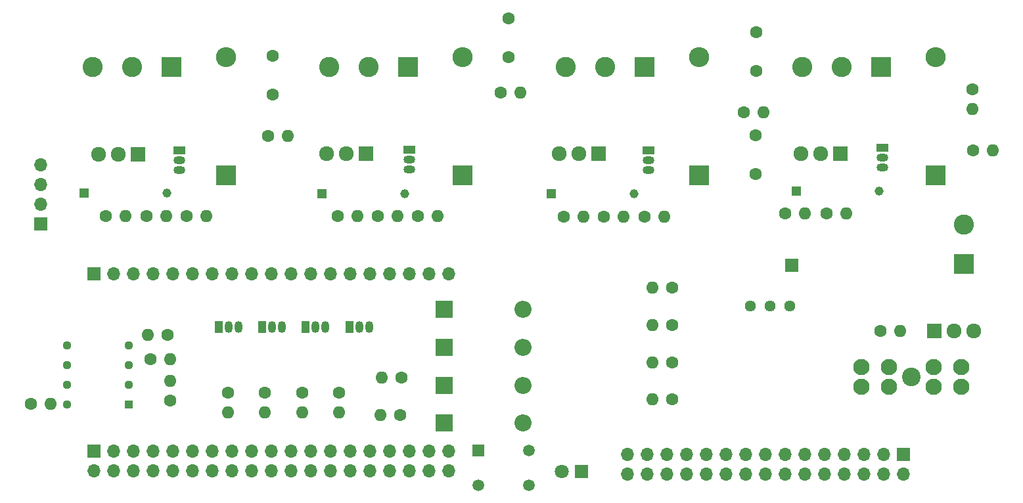
<source format=gbr>
%TF.GenerationSoftware,KiCad,Pcbnew,(6.0.0)*%
%TF.CreationDate,2022-07-11T07:12:13-07:00*%
%TF.ProjectId,MakeItRain,4d616b65-4974-4526-9169-6e2e6b696361,rev?*%
%TF.SameCoordinates,Original*%
%TF.FileFunction,Soldermask,Bot*%
%TF.FilePolarity,Negative*%
%FSLAX46Y46*%
G04 Gerber Fmt 4.6, Leading zero omitted, Abs format (unit mm)*
G04 Created by KiCad (PCBNEW (6.0.0)) date 2022-07-11 07:12:13*
%MOMM*%
%LPD*%
G01*
G04 APERTURE LIST*
%ADD10C,1.600000*%
%ADD11R,2.600000X2.600000*%
%ADD12O,2.600000X2.600000*%
%ADD13R,1.800000X1.800000*%
%ADD14C,1.800000*%
%ADD15R,1.700000X1.700000*%
%ADD16O,1.700000X1.700000*%
%ADD17C,2.600000*%
%ADD18R,1.920000X1.920000*%
%ADD19C,1.920000*%
%ADD20R,1.050000X1.500000*%
%ADD21O,1.050000X1.500000*%
%ADD22R,1.150000X1.150000*%
%ADD23C,1.150000*%
%ADD24O,1.600000X1.600000*%
%ADD25R,1.500000X1.050000*%
%ADD26O,1.500000X1.050000*%
%ADD27C,1.440000*%
%ADD28R,2.200000X2.200000*%
%ADD29O,2.200000X2.200000*%
%ADD30R,1.500000X1.500000*%
%ADD31C,1.500000*%
%ADD32C,2.400000*%
%ADD33C,2.100000*%
%ADD34R,1.130000X1.130000*%
%ADD35C,1.130000*%
G04 APERTURE END LIST*
D10*
%TO.C,C2*%
X89109000Y-69659700D03*
X89109000Y-74659700D03*
%TD*%
%TO.C,C3*%
X119449600Y-64825000D03*
X119449600Y-69825000D03*
%TD*%
%TO.C,C4*%
X151357900Y-66638300D03*
X151357900Y-71638300D03*
%TD*%
D11*
%TO.C,D3*%
X83061000Y-85060000D03*
D12*
X83061000Y-69820000D03*
%TD*%
D11*
%TO.C,D5*%
X113541000Y-85060000D03*
D12*
X113541000Y-69820000D03*
%TD*%
D11*
%TO.C,D7*%
X174501000Y-85060000D03*
D12*
X174501000Y-69820000D03*
%TD*%
D11*
%TO.C,D9*%
X144021000Y-85060000D03*
D12*
X144021000Y-69820000D03*
%TD*%
D13*
%TO.C,D1*%
X128872900Y-123268200D03*
D14*
X126332900Y-123268200D03*
%TD*%
D15*
%TO.C,J2*%
X66040000Y-120650000D03*
D16*
X66040000Y-123190000D03*
X68580000Y-120650000D03*
X68580000Y-123190000D03*
X71120000Y-120650000D03*
X71120000Y-123190000D03*
X73660000Y-120650000D03*
X73660000Y-123190000D03*
X76200000Y-120650000D03*
X76200000Y-123190000D03*
X78740000Y-120650000D03*
X78740000Y-123190000D03*
X81280000Y-120650000D03*
X81280000Y-123190000D03*
X83820000Y-120650000D03*
X83820000Y-123190000D03*
X86360000Y-120650000D03*
X86360000Y-123190000D03*
X88900000Y-120650000D03*
X88900000Y-123190000D03*
X91440000Y-120650000D03*
X91440000Y-123190000D03*
X93980000Y-120650000D03*
X93980000Y-123190000D03*
X96520000Y-120650000D03*
X96520000Y-123190000D03*
X99060000Y-120650000D03*
X99060000Y-123190000D03*
X101600000Y-120650000D03*
X101600000Y-123190000D03*
X104140000Y-120650000D03*
X104140000Y-123190000D03*
X106680000Y-120650000D03*
X106680000Y-123190000D03*
X109220000Y-120650000D03*
X109220000Y-123190000D03*
X111760000Y-120650000D03*
X111760000Y-123190000D03*
%TD*%
D15*
%TO.C,J3*%
X66040000Y-97790000D03*
D16*
X68580000Y-97790000D03*
X71120000Y-97790000D03*
X73660000Y-97790000D03*
X76200000Y-97790000D03*
X78740000Y-97790000D03*
X81280000Y-97790000D03*
X83820000Y-97790000D03*
X86360000Y-97790000D03*
X88900000Y-97790000D03*
X91440000Y-97790000D03*
X93980000Y-97790000D03*
X96520000Y-97790000D03*
X99060000Y-97790000D03*
X101600000Y-97790000D03*
X104140000Y-97790000D03*
X106680000Y-97790000D03*
X109220000Y-97790000D03*
X111760000Y-97790000D03*
%TD*%
D11*
%TO.C,P1*%
X178125700Y-96457800D03*
D17*
X178125700Y-91377800D03*
%TD*%
D18*
%TO.C,Q3*%
X71689700Y-82379600D03*
D19*
X69149700Y-82379600D03*
X66609700Y-82379600D03*
%TD*%
D18*
%TO.C,Q6*%
X101108600Y-82267600D03*
D19*
X98568600Y-82267600D03*
X96028600Y-82267600D03*
%TD*%
D20*
%TO.C,Q7*%
X93346300Y-104626700D03*
D21*
X94616300Y-104626700D03*
X95886300Y-104626700D03*
%TD*%
D18*
%TO.C,Q9*%
X131085700Y-82267600D03*
D19*
X128545700Y-82267600D03*
X126005700Y-82267600D03*
%TD*%
D18*
%TO.C,Q12*%
X162229200Y-82267600D03*
D19*
X159689200Y-82267600D03*
X157149200Y-82267600D03*
%TD*%
D18*
%TO.C,Q13*%
X174341600Y-105164100D03*
D19*
X176881600Y-105164100D03*
X179421600Y-105164100D03*
%TD*%
D11*
%TO.C,Z2*%
X106556000Y-71090000D03*
D17*
X101476000Y-71090000D03*
X96396000Y-71090000D03*
%TD*%
D11*
%TO.C,Z3*%
X137036000Y-71090000D03*
D17*
X131956000Y-71090000D03*
X126876000Y-71090000D03*
%TD*%
D11*
%TO.C,Z4*%
X167516000Y-71090000D03*
D17*
X162436000Y-71090000D03*
X157356000Y-71090000D03*
%TD*%
D11*
%TO.C,Z1*%
X76076000Y-71090000D03*
D17*
X70996000Y-71090000D03*
X65916000Y-71090000D03*
%TD*%
D15*
%TO.C,J1*%
X170349000Y-121042300D03*
D16*
X170349000Y-123582300D03*
X167809000Y-121042300D03*
X167809000Y-123582300D03*
X165269000Y-121042300D03*
X165269000Y-123582300D03*
X162729000Y-121042300D03*
X162729000Y-123582300D03*
X160189000Y-121042300D03*
X160189000Y-123582300D03*
X157649000Y-121042300D03*
X157649000Y-123582300D03*
X155109000Y-121042300D03*
X155109000Y-123582300D03*
X152569000Y-121042300D03*
X152569000Y-123582300D03*
X150029000Y-121042300D03*
X150029000Y-123582300D03*
X147489000Y-121042300D03*
X147489000Y-123582300D03*
X144949000Y-121042300D03*
X144949000Y-123582300D03*
X142409000Y-121042300D03*
X142409000Y-123582300D03*
X139869000Y-121042300D03*
X139869000Y-123582300D03*
X137329000Y-121042300D03*
X137329000Y-123582300D03*
X134789000Y-121042300D03*
X134789000Y-123582300D03*
%TD*%
D22*
%TO.C,Z5*%
X64792500Y-87395400D03*
D23*
X75492500Y-87395400D03*
%TD*%
D22*
%TO.C,Z6*%
X95418500Y-87436000D03*
D23*
X106118500Y-87436000D03*
%TD*%
D22*
%TO.C,Z8*%
X156564300Y-87104200D03*
D23*
X167264300Y-87104200D03*
%TD*%
D20*
%TO.C,Q4*%
X87748400Y-104639800D03*
D21*
X89018400Y-104639800D03*
X90288400Y-104639800D03*
%TD*%
D10*
%TO.C,R23*%
X75572300Y-105627200D03*
D24*
X73032300Y-105627200D03*
%TD*%
D10*
%TO.C,R31*%
X88097100Y-113124500D03*
D24*
X88097100Y-115664500D03*
%TD*%
D10*
%TO.C,R16*%
X131777400Y-90385900D03*
D24*
X134317400Y-90385900D03*
%TD*%
D25*
%TO.C,Q2*%
X77074800Y-81816600D03*
D26*
X77074800Y-83086600D03*
X77074800Y-84356600D03*
%TD*%
D10*
%TO.C,R24*%
X73376700Y-108765100D03*
D24*
X75916700Y-108765100D03*
%TD*%
D10*
%TO.C,R5*%
X88483500Y-79968900D03*
D24*
X91023500Y-79968900D03*
%TD*%
D27*
%TO.C,RV1*%
X150637800Y-101920600D03*
X153177800Y-101920600D03*
X155717800Y-101920600D03*
%TD*%
D15*
%TO.C,J4*%
X155955000Y-96632400D03*
%TD*%
D10*
%TO.C,R15*%
X126614500Y-90392400D03*
D24*
X129154500Y-90392400D03*
%TD*%
D10*
%TO.C,R17*%
X179213800Y-74015100D03*
D24*
X179213800Y-76555100D03*
%TD*%
D15*
%TO.C,J5*%
X59207667Y-91310174D03*
D16*
X59207667Y-88770174D03*
X59207667Y-86230174D03*
X59207667Y-83690174D03*
%TD*%
D10*
%TO.C,R4*%
X105516500Y-115956200D03*
D24*
X102976500Y-115956200D03*
%TD*%
D10*
%TO.C,R18*%
X179350700Y-81833100D03*
D24*
X181890700Y-81833100D03*
%TD*%
D10*
%TO.C,R29*%
X140604000Y-113952700D03*
D24*
X138064000Y-113952700D03*
%TD*%
D10*
%TO.C,R25*%
X75859900Y-114068500D03*
D24*
X75859900Y-111528500D03*
%TD*%
D10*
%TO.C,R33*%
X97677800Y-113124500D03*
D24*
X97677800Y-115664500D03*
%TD*%
D10*
%TO.C,R14*%
X136973400Y-90405200D03*
D24*
X139513400Y-90405200D03*
%TD*%
D25*
%TO.C,Q11*%
X167687500Y-81543000D03*
D26*
X167687500Y-82813000D03*
X167687500Y-84083000D03*
%TD*%
D10*
%TO.C,R27*%
X140604000Y-104374000D03*
D24*
X138064000Y-104374000D03*
%TD*%
D28*
%TO.C,D4*%
X111225100Y-112149400D03*
D29*
X121385100Y-112149400D03*
%TD*%
D28*
%TO.C,D2*%
X111172700Y-117020300D03*
D29*
X121332700Y-117020300D03*
%TD*%
D30*
%TO.C,S1*%
X115616200Y-120523800D03*
D31*
X122116200Y-120523800D03*
X115616200Y-125023800D03*
X122116200Y-125023800D03*
%TD*%
D10*
%TO.C,R9*%
X118458200Y-74373700D03*
D24*
X120998200Y-74373700D03*
%TD*%
D10*
%TO.C,R13*%
X149787000Y-76942800D03*
D24*
X152327000Y-76942800D03*
%TD*%
D10*
%TO.C,R6*%
X77976900Y-90313600D03*
D24*
X80516900Y-90313600D03*
%TD*%
D10*
%TO.C,R11*%
X97428100Y-90313600D03*
D24*
X99968100Y-90313600D03*
%TD*%
D10*
%TO.C,R7*%
X67592100Y-90313600D03*
D24*
X70132100Y-90313600D03*
%TD*%
D32*
%TO.C,U2*%
X171378400Y-111050500D03*
D33*
X164978400Y-112300500D03*
X168478400Y-112300500D03*
X174278400Y-112300500D03*
X177778400Y-112300500D03*
X177778400Y-109800500D03*
X174278400Y-109800500D03*
X168478400Y-109800500D03*
X164978400Y-109800500D03*
%TD*%
D20*
%TO.C,Q10*%
X98978100Y-104626700D03*
D21*
X100248100Y-104626700D03*
X101518100Y-104626700D03*
%TD*%
D28*
%TO.C,D8*%
X111225100Y-102330700D03*
D29*
X121385100Y-102330700D03*
%TD*%
D34*
%TO.C,IC3*%
X70520600Y-114579500D03*
D35*
X70520600Y-112039500D03*
X70520600Y-109499500D03*
X70520600Y-106959500D03*
X62580600Y-106959500D03*
X62580600Y-109499500D03*
X62580600Y-112039500D03*
X62580600Y-114579500D03*
%TD*%
D20*
%TO.C,Q1*%
X82152400Y-104644400D03*
D21*
X83422400Y-104644400D03*
X84692400Y-104644400D03*
%TD*%
D10*
%TO.C,R26*%
X140604000Y-99584700D03*
D24*
X138064000Y-99584700D03*
%TD*%
D10*
%TO.C,R8*%
X72798600Y-90313600D03*
D24*
X75338600Y-90313600D03*
%TD*%
D25*
%TO.C,Q8*%
X137542600Y-81822900D03*
D26*
X137542600Y-83092900D03*
X137542600Y-84362900D03*
%TD*%
D25*
%TO.C,Q5*%
X106673400Y-81749200D03*
D26*
X106673400Y-83019200D03*
X106673400Y-84289200D03*
%TD*%
D10*
%TO.C,C5*%
X151310400Y-84874400D03*
X151310400Y-79874400D03*
%TD*%
%TO.C,R21*%
X167425100Y-105167700D03*
D24*
X169965100Y-105167700D03*
%TD*%
D10*
%TO.C,R3*%
X105650100Y-111109900D03*
D24*
X103110100Y-111109900D03*
%TD*%
D10*
%TO.C,R30*%
X83306700Y-113124500D03*
D24*
X83306700Y-115664500D03*
%TD*%
D10*
%TO.C,R12*%
X102602700Y-90291400D03*
D24*
X105142700Y-90291400D03*
%TD*%
D10*
%TO.C,R28*%
X140604000Y-109163400D03*
D24*
X138064000Y-109163400D03*
%TD*%
D10*
%TO.C,R20*%
X160459300Y-89971000D03*
D24*
X162999300Y-89971000D03*
%TD*%
D10*
%TO.C,R19*%
X155096800Y-90020800D03*
D24*
X157636800Y-90020800D03*
%TD*%
D10*
%TO.C,R10*%
X107804100Y-90285900D03*
D24*
X110344100Y-90285900D03*
%TD*%
D28*
%TO.C,D6*%
X111225100Y-107240100D03*
D29*
X121385100Y-107240100D03*
%TD*%
D10*
%TO.C,R32*%
X92887500Y-113124500D03*
D24*
X92887500Y-115664500D03*
%TD*%
D22*
%TO.C,Z7*%
X124968600Y-87436000D03*
D23*
X135668600Y-87436000D03*
%TD*%
D10*
%TO.C,R34*%
X57889400Y-114568900D03*
D24*
X60429400Y-114568900D03*
%TD*%
M02*

</source>
